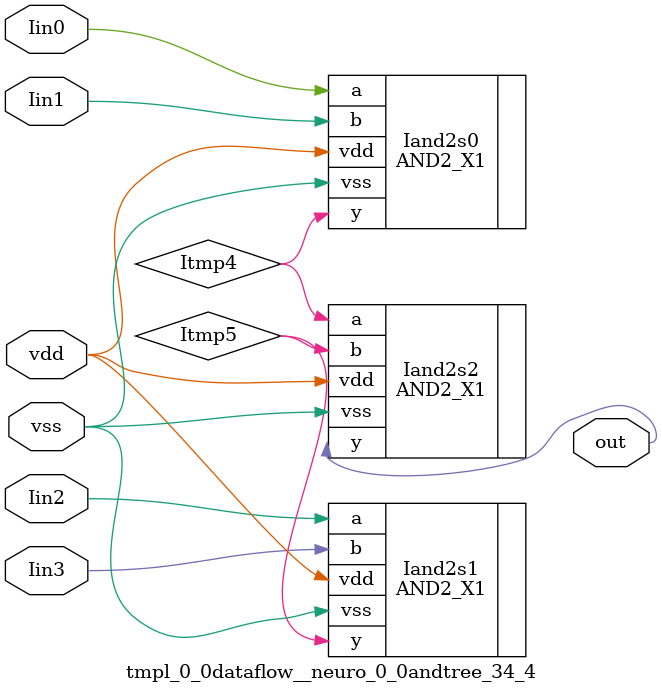
<source format=v>
module tmpl_0_0dataflow__neuro_0_0andtree_34_4(Iin0 , Iin1 , Iin2 , Iin3 , out, vdd, vss); 
   input vdd;
   input vss;
   input Iin0 ;
   input Iin1 ;
   input Iin2 ;
   input Iin3 ;
   output out;

// -- signals ---
   wire Iin2 ;
   wire Itmp4 ;
   wire Iin1 ;
   wire Iin3 ;
   wire out ;
   wire Iin0 ;
   wire Itmp5 ;

// --- instances
AND2_X1 Iand2s0  (.y(Itmp4 ), .a(Iin0 ), .b(Iin1 ), .vdd(vdd), .vss(vss));
AND2_X1 Iand2s1  (.y(Itmp5 ), .a(Iin2 ), .b(Iin3 ), .vdd(vdd), .vss(vss));
AND2_X1 Iand2s2  (.y(out), .a(Itmp4 ), .b(Itmp5 ), .vdd(vdd), .vss(vss));
endmodule
</source>
